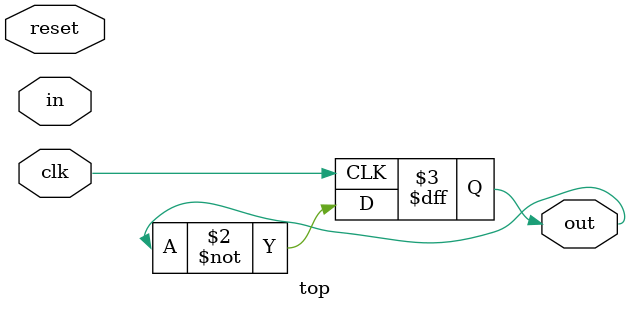
<source format=v>
`timescale 10ns/1ps

module top(clk,reset,in,out);

  input clk,reset,in;
  output out;

  reg out;
  wire clk,reset,in;

  always @(posedge clk)
    out = ~out;

//  double_edge_detect ded(.clk(clk),.reset(reset),.in(in),.out(ded_out)); // Instantiate the double edge detect

endmodule

</source>
